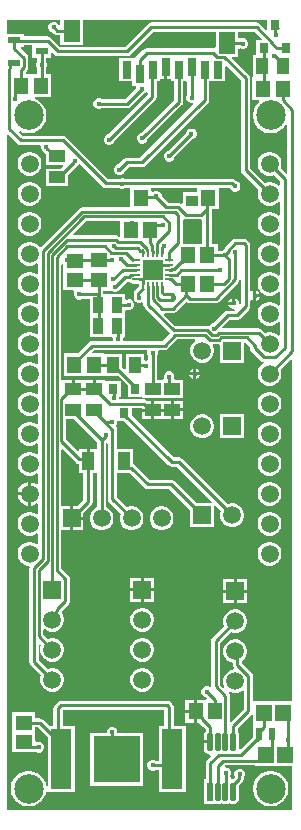
<source format=gtl>
G04*
G04 #@! TF.GenerationSoftware,Altium Limited,Altium Designer,22.2.1 (43)*
G04*
G04 Layer_Physical_Order=1*
G04 Layer_Color=255*
%FSLAX25Y25*%
%MOIN*%
G70*
G04*
G04 #@! TF.SameCoordinates,3363FF5D-1BA6-4910-A2F9-43927B8BDF9C*
G04*
G04*
G04 #@! TF.FilePolarity,Positive*
G04*
G01*
G75*
%ADD12C,0.01000*%
G04:AMPARAMS|DCode=18|XSize=63.2mil|YSize=19.68mil|CornerRadius=9.84mil|HoleSize=0mil|Usage=FLASHONLY|Rotation=90.000|XOffset=0mil|YOffset=0mil|HoleType=Round|Shape=RoundedRectangle|*
%AMROUNDEDRECTD18*
21,1,0.06320,0.00000,0,0,90.0*
21,1,0.04351,0.01968,0,0,90.0*
1,1,0.01968,0.00000,0.02176*
1,1,0.01968,0.00000,-0.02176*
1,1,0.01968,0.00000,-0.02176*
1,1,0.01968,0.00000,0.02176*
%
%ADD18ROUNDEDRECTD18*%
%ADD19R,0.01968X0.06320*%
%ADD20R,0.07087X0.07087*%
%ADD21R,0.02780X0.00758*%
G04:AMPARAMS|DCode=22|XSize=27.8mil|YSize=7.58mil|CornerRadius=3.79mil|HoleSize=0mil|Usage=FLASHONLY|Rotation=0.000|XOffset=0mil|YOffset=0mil|HoleType=Round|Shape=RoundedRectangle|*
%AMROUNDEDRECTD22*
21,1,0.02780,0.00000,0,0,0.0*
21,1,0.02022,0.00758,0,0,0.0*
1,1,0.00758,0.01011,0.00000*
1,1,0.00758,-0.01011,0.00000*
1,1,0.00758,-0.01011,0.00000*
1,1,0.00758,0.01011,0.00000*
%
%ADD22ROUNDEDRECTD22*%
G04:AMPARAMS|DCode=23|XSize=7.58mil|YSize=27.8mil|CornerRadius=3.79mil|HoleSize=0mil|Usage=FLASHONLY|Rotation=0.000|XOffset=0mil|YOffset=0mil|HoleType=Round|Shape=RoundedRectangle|*
%AMROUNDEDRECTD23*
21,1,0.00758,0.02022,0,0,0.0*
21,1,0.00000,0.02780,0,0,0.0*
1,1,0.00758,0.00000,-0.01011*
1,1,0.00758,0.00000,-0.01011*
1,1,0.00758,0.00000,0.01011*
1,1,0.00758,0.00000,0.01011*
%
%ADD23ROUNDEDRECTD23*%
%ADD24R,0.15600X0.15600*%
%ADD25R,0.07000X0.20000*%
%ADD31R,0.01968X0.03937*%
%ADD44R,0.03150X0.05906*%
%ADD45R,0.05512X0.07480*%
%ADD46R,0.05118X0.05512*%
%ADD47R,0.03937X0.03740*%
%ADD48R,0.05315X0.03937*%
%ADD49R,0.04724X0.05709*%
%ADD50R,0.03150X0.03543*%
%ADD51R,0.03937X0.05315*%
%ADD52R,0.04134X0.02362*%
%ADD53R,0.04134X0.05906*%
%ADD54R,0.05118X0.05709*%
%ADD55R,0.05315X0.05709*%
%ADD56R,0.05709X0.05118*%
%ADD57R,0.03740X0.05315*%
%ADD58R,0.05709X0.04921*%
%ADD59C,0.05937*%
%ADD60C,0.09843*%
%ADD61C,0.05906*%
%ADD62R,0.05906X0.05906*%
%ADD63R,0.05906X0.05906*%
%ADD64C,0.01575*%
G36*
X437165Y392411D02*
X436703Y392220D01*
X434756Y394167D01*
X434260Y394499D01*
X433675Y394615D01*
X398597D01*
X398011Y394499D01*
X397515Y394167D01*
X389878Y386529D01*
X368133D01*
X365081Y389581D01*
X364585Y389913D01*
X364000Y390029D01*
X356039D01*
Y390921D01*
X350529D01*
Y395471D01*
X368260D01*
Y394198D01*
X367760Y393876D01*
X367529Y393981D01*
X367515Y394012D01*
X367013Y394515D01*
X366355Y394787D01*
X365645D01*
X364987Y394515D01*
X364485Y394012D01*
X364213Y393355D01*
Y392645D01*
X364485Y391987D01*
X364987Y391485D01*
X365645Y391213D01*
X365780D01*
X366212Y390781D01*
X366708Y390449D01*
X367293Y390333D01*
X368260D01*
Y387122D01*
X375772D01*
Y395471D01*
X437165D01*
Y392411D01*
D02*
G37*
G36*
X420031Y386372D02*
X419531Y385984D01*
X419302Y386029D01*
X397000D01*
X396415Y385913D01*
X395919Y385581D01*
X393612Y383274D01*
X393418Y382985D01*
X392937Y382862D01*
Y382862D01*
X392937Y382862D01*
X387787D01*
Y374957D01*
X392118D01*
Y373382D01*
X393461D01*
X393495Y373331D01*
X393624Y372882D01*
X389772Y369029D01*
X381978D01*
X381356Y369287D01*
X380644D01*
X379988Y369015D01*
X379485Y368513D01*
X379213Y367856D01*
Y367144D01*
X379485Y366488D01*
X379988Y365985D01*
X380644Y365713D01*
X381356D01*
X381978Y365971D01*
X390406D01*
X390991Y366087D01*
X391487Y366419D01*
X395890Y370821D01*
X396513Y371079D01*
X396814Y371380D01*
X397314Y371173D01*
Y370477D01*
X384110Y357273D01*
X383488Y357015D01*
X382985Y356512D01*
X382713Y355855D01*
Y355145D01*
X382985Y354487D01*
X383488Y353985D01*
X384144Y353713D01*
X384856D01*
X385512Y353985D01*
X386015Y354487D01*
X386273Y355110D01*
X399924Y368762D01*
X400256Y369258D01*
X400372Y369843D01*
Y374957D01*
X401598D01*
Y375744D01*
X402854D01*
Y379697D01*
X403854D01*
Y375744D01*
X405110D01*
Y374957D01*
X406156D01*
Y368818D01*
X395143Y357806D01*
X394520Y357548D01*
X394018Y357045D01*
X393745Y356388D01*
Y355677D01*
X394018Y355020D01*
X394520Y354518D01*
X395177Y354245D01*
X395888D01*
X396545Y354518D01*
X397048Y355020D01*
X397306Y355643D01*
X408767Y367104D01*
X409098Y367600D01*
X409214Y368185D01*
Y374957D01*
X410260D01*
X410471Y374544D01*
Y370478D01*
X410213Y369855D01*
Y369145D01*
X410485Y368488D01*
X410988Y367985D01*
X411645Y367713D01*
X412343D01*
X412378Y367675D01*
X412617Y367280D01*
X394866Y349529D01*
X390434D01*
X389849Y349413D01*
X389353Y349081D01*
X387578Y347306D01*
X386955Y347048D01*
X386452Y346545D01*
X386180Y345888D01*
Y345177D01*
X386452Y344520D01*
X386955Y344018D01*
X387612Y343745D01*
X388323D01*
X388980Y344018D01*
X389482Y344520D01*
X389740Y345143D01*
X391068Y346471D01*
X395500D01*
X396085Y346587D01*
X396581Y346919D01*
X417428Y367765D01*
X417759Y368261D01*
X417876Y368847D01*
Y374957D01*
X423252D01*
Y379932D01*
X423714Y380123D01*
X428498Y375339D01*
Y345472D01*
X428615Y344887D01*
X428946Y344391D01*
X434303Y339034D01*
X434302Y339032D01*
X434031Y338022D01*
Y336978D01*
X434302Y335968D01*
X434824Y335063D01*
X435563Y334324D01*
X436468Y333802D01*
X437477Y333531D01*
X438522D01*
X439532Y333802D01*
X440437Y334324D01*
X440971Y334858D01*
X441471Y334651D01*
Y330349D01*
X440971Y330142D01*
X440437Y330676D01*
X439532Y331198D01*
X438522Y331469D01*
X437477D01*
X436468Y331198D01*
X435563Y330676D01*
X434824Y329937D01*
X434302Y329032D01*
X434031Y328023D01*
Y326977D01*
X434302Y325968D01*
X434824Y325063D01*
X435563Y324324D01*
X436468Y323802D01*
X437477Y323532D01*
X438522D01*
X439532Y323802D01*
X440437Y324324D01*
X440971Y324858D01*
X441471Y324651D01*
Y320349D01*
X440971Y320142D01*
X440437Y320676D01*
X439532Y321198D01*
X438522Y321468D01*
X437477D01*
X436468Y321198D01*
X435563Y320676D01*
X434824Y319937D01*
X434302Y319032D01*
X434031Y318022D01*
Y316978D01*
X434302Y315968D01*
X434824Y315063D01*
X435563Y314324D01*
X436468Y313802D01*
X437477Y313531D01*
X438522D01*
X439532Y313802D01*
X440437Y314324D01*
X440971Y314858D01*
X441471Y314651D01*
Y310349D01*
X440971Y310142D01*
X440437Y310676D01*
X439532Y311198D01*
X438522Y311469D01*
X437477D01*
X436468Y311198D01*
X435563Y310676D01*
X434824Y309937D01*
X434302Y309032D01*
X434031Y308022D01*
Y306978D01*
X434302Y305968D01*
X434824Y305063D01*
X435563Y304324D01*
X436468Y303802D01*
X437477Y303532D01*
X438522D01*
X439532Y303802D01*
X440437Y304324D01*
X440971Y304858D01*
X441471Y304651D01*
Y300349D01*
X440971Y300142D01*
X440437Y300676D01*
X439532Y301198D01*
X438522Y301468D01*
X437477D01*
X436468Y301198D01*
X435563Y300676D01*
X434824Y299937D01*
X434302Y299032D01*
X434031Y298023D01*
Y296977D01*
X434302Y295968D01*
X434824Y295063D01*
X435563Y294324D01*
X436468Y293802D01*
X437477Y293531D01*
X438522D01*
X439532Y293802D01*
X440437Y294324D01*
X440971Y294858D01*
X441471Y294651D01*
Y290349D01*
X440971Y290142D01*
X440437Y290676D01*
X439532Y291198D01*
X438522Y291469D01*
X437477D01*
X436468Y291198D01*
X436466Y291197D01*
X435448Y292215D01*
X434951Y292547D01*
X434366Y292663D01*
X422479D01*
X422288Y293125D01*
X424634Y295471D01*
X427000D01*
X427585Y295587D01*
X428081Y295919D01*
X431081Y298919D01*
X431413Y299415D01*
X431529Y300000D01*
Y301790D01*
X432029Y301967D01*
X432500Y301772D01*
Y303500D01*
Y305228D01*
X432029Y305033D01*
X431529Y305210D01*
Y320414D01*
X431413Y321000D01*
X431081Y321496D01*
X430496Y322081D01*
X429999Y322413D01*
X429414Y322529D01*
X426566D01*
X425981Y322413D01*
X425484Y322081D01*
X423344Y319941D01*
X423012Y319445D01*
X422984Y319302D01*
X422345Y318663D01*
X422022Y318529D01*
X420709D01*
Y320854D01*
X418679D01*
Y332398D01*
X421047D01*
Y339471D01*
X424711D01*
X424837Y339345D01*
X424985Y338987D01*
X425488Y338485D01*
X426145Y338213D01*
X426856D01*
X427513Y338485D01*
X428015Y338987D01*
X428287Y339645D01*
Y340355D01*
X428015Y341013D01*
X427513Y341515D01*
X426856Y341787D01*
X426720D01*
X426426Y342081D01*
X425930Y342413D01*
X425345Y342529D01*
X389723D01*
X389281Y342713D01*
X388570D01*
X388127Y342529D01*
X384134D01*
X370288Y356374D01*
X369792Y356706D01*
X369207Y356822D01*
X355651D01*
X354413Y358060D01*
X354732Y358449D01*
X354841Y358375D01*
X355919Y357929D01*
X357063Y357701D01*
X358229D01*
X359373Y357929D01*
X360451Y358375D01*
X361421Y359023D01*
X362245Y359848D01*
X362894Y360818D01*
X363340Y361896D01*
X363567Y363040D01*
Y364206D01*
X363340Y365350D01*
X362894Y366428D01*
X362245Y367398D01*
X361421Y368222D01*
X360451Y368871D01*
X359787Y369146D01*
X359886Y369646D01*
X365209D01*
Y377354D01*
X363529D01*
Y379522D01*
X363787Y380145D01*
Y380855D01*
X363529Y381478D01*
Y382819D01*
X365094D01*
Y384589D01*
X365556Y384781D01*
X366419Y383919D01*
X366915Y383587D01*
X367500Y383471D01*
X390511D01*
X391096Y383587D01*
X391592Y383919D01*
X399230Y391556D01*
X420031D01*
Y386372D01*
D02*
G37*
G36*
X435364Y389234D02*
X435173Y388772D01*
X433425D01*
Y383658D01*
X432445D01*
Y376354D01*
X432291D01*
Y368646D01*
X434395D01*
X434503Y368146D01*
X433755Y367398D01*
X433107Y366428D01*
X432661Y365350D01*
X432434Y364206D01*
Y363040D01*
X432661Y361896D01*
X433107Y360818D01*
X433755Y359848D01*
X434580Y359023D01*
X435550Y358375D01*
X436628Y357929D01*
X437772Y357701D01*
X438938D01*
X440082Y357929D01*
X441160Y358375D01*
X442130Y359023D01*
X442954Y359848D01*
X443471Y360621D01*
X443971Y360469D01*
Y344346D01*
X443509Y344154D01*
X441697Y345966D01*
X441698Y345968D01*
X441968Y346977D01*
Y348023D01*
X441698Y349032D01*
X441176Y349937D01*
X440437Y350676D01*
X439532Y351198D01*
X438522Y351468D01*
X437477D01*
X436468Y351198D01*
X435563Y350676D01*
X434824Y349937D01*
X434302Y349032D01*
X434031Y348023D01*
Y346977D01*
X434302Y345968D01*
X434824Y345063D01*
X435563Y344324D01*
X436468Y343802D01*
X437477Y343531D01*
X438522D01*
X439532Y343802D01*
X439534Y343803D01*
X441471Y341866D01*
Y340349D01*
X440971Y340142D01*
X440437Y340676D01*
X439532Y341198D01*
X438522Y341469D01*
X437477D01*
X436468Y341198D01*
X436466Y341197D01*
X431557Y346106D01*
Y375972D01*
X431441Y376558D01*
X431109Y377054D01*
X425440Y382723D01*
X425631Y383185D01*
X427543D01*
Y385722D01*
X427788Y385867D01*
X428043Y385962D01*
X428645Y385713D01*
X429355D01*
X430013Y385985D01*
X430515Y386488D01*
X430787Y387144D01*
Y387856D01*
X430515Y388512D01*
X430013Y389015D01*
X429355Y389287D01*
X429080D01*
X429004Y389338D01*
X428419Y389455D01*
X427543D01*
Y391556D01*
X433041D01*
X435364Y389234D01*
D02*
G37*
G36*
X358961Y382819D02*
X360471D01*
Y381478D01*
X360213Y380855D01*
Y380145D01*
X360471Y379522D01*
Y377354D01*
X356683D01*
Y378145D01*
X357121Y378583D01*
X357452Y379079D01*
X357569Y379664D01*
Y382855D01*
X357452Y383440D01*
X357121Y383937D01*
X354998Y386059D01*
X355205Y386559D01*
X356039D01*
Y386971D01*
X358961D01*
Y382819D01*
D02*
G37*
G36*
X413929Y338138D02*
X409047D01*
Y334352D01*
X408547Y334143D01*
X408202Y334374D01*
X407617Y334490D01*
X404173D01*
X402004Y336658D01*
Y337073D01*
X401732Y337730D01*
X401230Y338232D01*
X400573Y338505D01*
X399862D01*
X399205Y338232D01*
X399106Y338134D01*
X398606Y338282D01*
Y339471D01*
X413929D01*
Y338138D01*
D02*
G37*
G36*
X388291Y323521D02*
X388211Y323440D01*
X387791Y323266D01*
X387445Y323498D01*
X386859Y323614D01*
X372688D01*
X372496Y324076D01*
X376852Y328432D01*
X388291D01*
Y323521D01*
D02*
G37*
G36*
X410078Y328971D02*
X415000D01*
X415120Y328994D01*
X415620Y328584D01*
Y320854D01*
X409269D01*
X409029Y321147D01*
Y328866D01*
X409415Y329072D01*
X409529Y329080D01*
X410078Y328971D01*
D02*
G37*
G36*
X353936Y354211D02*
X354432Y353880D01*
X355017Y353764D01*
X361586D01*
X361713Y353574D01*
Y352863D01*
X361985Y352206D01*
X362488Y351703D01*
X362507Y351695D01*
X362528Y351663D01*
X363342Y350849D01*
Y347075D01*
X368991D01*
X369182Y346613D01*
X368495Y345925D01*
X363342D01*
Y339988D01*
X370657D01*
Y343762D01*
X373740Y346844D01*
X374078Y346985D01*
X374581Y347487D01*
X374805Y347532D01*
X382419Y339919D01*
X382915Y339587D01*
X383500Y339471D01*
X387852D01*
X387913Y339410D01*
X388570Y339138D01*
X389281D01*
X389938Y339410D01*
X389998Y339471D01*
X391488D01*
Y332990D01*
X375597D01*
X375012Y332874D01*
X374516Y332542D01*
X361735Y319762D01*
X361239Y319827D01*
X361176Y319937D01*
X360437Y320676D01*
X359532Y321198D01*
X358523Y321468D01*
X357477D01*
X356468Y321198D01*
X355563Y320676D01*
X354824Y319937D01*
X354302Y319032D01*
X354031Y318022D01*
Y316978D01*
X354302Y315968D01*
X354824Y315063D01*
X355563Y314324D01*
X356468Y313802D01*
X357477Y313531D01*
X358523D01*
X359532Y313802D01*
X360437Y314324D01*
X360509Y314396D01*
X360971Y314205D01*
Y310795D01*
X360509Y310604D01*
X360437Y310676D01*
X359532Y311198D01*
X358523Y311469D01*
X357477D01*
X356468Y311198D01*
X355563Y310676D01*
X354824Y309937D01*
X354302Y309032D01*
X354031Y308022D01*
Y306978D01*
X354302Y305968D01*
X354824Y305063D01*
X355563Y304324D01*
X356468Y303802D01*
X357477Y303532D01*
X358523D01*
X359532Y303802D01*
X360437Y304324D01*
X360509Y304396D01*
X360971Y304205D01*
Y300795D01*
X360509Y300604D01*
X360437Y300676D01*
X359532Y301198D01*
X358523Y301468D01*
X357477D01*
X356468Y301198D01*
X355563Y300676D01*
X354824Y299937D01*
X354302Y299032D01*
X354031Y298023D01*
Y296977D01*
X354302Y295968D01*
X354824Y295063D01*
X355563Y294324D01*
X356468Y293802D01*
X357477Y293531D01*
X358523D01*
X359532Y293802D01*
X360437Y294324D01*
X360509Y294396D01*
X360971Y294205D01*
Y290795D01*
X360509Y290604D01*
X360437Y290676D01*
X359532Y291198D01*
X358523Y291469D01*
X357477D01*
X356468Y291198D01*
X355563Y290676D01*
X354824Y289937D01*
X354302Y289032D01*
X354031Y288022D01*
Y286978D01*
X354302Y285968D01*
X354824Y285063D01*
X355563Y284324D01*
X356468Y283802D01*
X357477Y283531D01*
X358523D01*
X359532Y283802D01*
X360437Y284324D01*
X360509Y284396D01*
X360971Y284205D01*
Y280795D01*
X360509Y280604D01*
X360437Y280676D01*
X359532Y281198D01*
X358523Y281469D01*
X357477D01*
X356468Y281198D01*
X355563Y280676D01*
X354824Y279937D01*
X354302Y279032D01*
X354031Y278023D01*
Y276977D01*
X354302Y275968D01*
X354824Y275063D01*
X355563Y274324D01*
X356468Y273802D01*
X357477Y273532D01*
X358523D01*
X359532Y273802D01*
X360437Y274324D01*
X360509Y274396D01*
X360971Y274205D01*
Y270795D01*
X360509Y270604D01*
X360437Y270676D01*
X359532Y271198D01*
X358523Y271468D01*
X357477D01*
X356468Y271198D01*
X355563Y270676D01*
X354824Y269937D01*
X354302Y269032D01*
X354031Y268022D01*
Y266978D01*
X354302Y265968D01*
X354824Y265063D01*
X355563Y264324D01*
X356468Y263802D01*
X357477Y263531D01*
X358523D01*
X359532Y263802D01*
X360437Y264324D01*
X360509Y264396D01*
X360971Y264205D01*
Y260795D01*
X360509Y260604D01*
X360437Y260676D01*
X359532Y261198D01*
X358523Y261469D01*
X357477D01*
X356468Y261198D01*
X355563Y260676D01*
X354824Y259937D01*
X354302Y259032D01*
X354031Y258022D01*
Y256978D01*
X354302Y255968D01*
X354824Y255063D01*
X355563Y254324D01*
X356468Y253802D01*
X357477Y253532D01*
X358523D01*
X359532Y253802D01*
X360437Y254324D01*
X360509Y254396D01*
X360971Y254205D01*
Y250795D01*
X360509Y250604D01*
X360437Y250676D01*
X359532Y251198D01*
X358523Y251468D01*
X357477D01*
X356468Y251198D01*
X355563Y250676D01*
X354824Y249937D01*
X354302Y249032D01*
X354031Y248023D01*
Y246977D01*
X354302Y245968D01*
X354824Y245063D01*
X355563Y244324D01*
X356468Y243802D01*
X357477Y243531D01*
X358523D01*
X359532Y243802D01*
X360437Y244324D01*
X360509Y244396D01*
X360971Y244205D01*
Y240795D01*
X360509Y240604D01*
X360437Y240676D01*
X359532Y241198D01*
X358523Y241469D01*
X358500D01*
Y237500D01*
Y233531D01*
X358523D01*
X359532Y233802D01*
X360437Y234324D01*
X360509Y234396D01*
X360971Y234205D01*
Y230795D01*
X360509Y230604D01*
X360437Y230676D01*
X359532Y231198D01*
X358523Y231469D01*
X357477D01*
X356468Y231198D01*
X355563Y230676D01*
X354824Y229937D01*
X354302Y229032D01*
X354031Y228023D01*
Y226977D01*
X354302Y225968D01*
X354824Y225063D01*
X355563Y224324D01*
X356468Y223802D01*
X357477Y223532D01*
X358523D01*
X359532Y223802D01*
X360437Y224324D01*
X360509Y224396D01*
X360971Y224205D01*
Y220795D01*
X360509Y220604D01*
X360437Y220676D01*
X359532Y221198D01*
X358523Y221468D01*
X357477D01*
X356468Y221198D01*
X355563Y220676D01*
X354824Y219937D01*
X354302Y219032D01*
X354031Y218022D01*
Y216978D01*
X354302Y215968D01*
X354824Y215063D01*
X355563Y214324D01*
X356468Y213802D01*
X357477Y213531D01*
X357709D01*
X358040Y213032D01*
X357971Y212681D01*
Y181500D01*
X358087Y180915D01*
X358419Y180419D01*
X361816Y177022D01*
X361547Y176020D01*
Y174980D01*
X361817Y173974D01*
X362337Y173073D01*
X363073Y172337D01*
X363974Y171817D01*
X364980Y171547D01*
X366020D01*
X367026Y171817D01*
X367927Y172337D01*
X368663Y173073D01*
X369183Y173974D01*
X369453Y174980D01*
Y176020D01*
X369183Y177026D01*
X368663Y177927D01*
X367927Y178663D01*
X367026Y179183D01*
X366020Y179453D01*
X364980D01*
X363978Y179184D01*
X361029Y182133D01*
Y187154D01*
X361478Y187340D01*
X361814Y187015D01*
X361547Y186020D01*
Y184980D01*
X361817Y183974D01*
X362337Y183073D01*
X363073Y182337D01*
X363974Y181817D01*
X364980Y181547D01*
X366020D01*
X367026Y181817D01*
X367927Y182337D01*
X368663Y183073D01*
X369183Y183974D01*
X369453Y184980D01*
Y186020D01*
X369183Y187026D01*
X368663Y187927D01*
X367927Y188663D01*
X367026Y189183D01*
X366020Y189453D01*
X364980D01*
X363978Y189184D01*
X362529Y190633D01*
Y192227D01*
X362991Y192419D01*
X363073Y192337D01*
X363974Y191817D01*
X364980Y191547D01*
X366020D01*
X367026Y191817D01*
X367927Y192337D01*
X368663Y193073D01*
X369183Y193974D01*
X369453Y194980D01*
Y196020D01*
X369183Y197026D01*
X368663Y197927D01*
X368704Y198514D01*
X371034Y200845D01*
X371366Y201341D01*
X371482Y201926D01*
Y209074D01*
X371366Y209659D01*
X371034Y210156D01*
X368529Y212660D01*
Y225366D01*
X371500D01*
Y229319D01*
Y233272D01*
X368529D01*
Y252154D01*
X368991Y252346D01*
X373433Y247904D01*
X373930Y247572D01*
X374429Y247473D01*
Y244547D01*
X375967D01*
Y235449D01*
X373790Y233272D01*
X372500D01*
Y229819D01*
X375953D01*
Y231109D01*
X378577Y233734D01*
X378909Y234230D01*
X379026Y234815D01*
Y244547D01*
X380471D01*
Y233000D01*
X379573Y232482D01*
X378837Y231746D01*
X378317Y230845D01*
X378047Y229839D01*
Y228799D01*
X378317Y227793D01*
X378837Y226892D01*
X379573Y226156D01*
X380474Y225636D01*
X381480Y225366D01*
X382520D01*
X383526Y225636D01*
X384427Y226156D01*
X385163Y226892D01*
X385683Y227793D01*
X385953Y228799D01*
Y229839D01*
X385683Y230845D01*
X385163Y231746D01*
X384427Y232482D01*
X383529Y233000D01*
Y254261D01*
X383545Y254272D01*
X384045Y254005D01*
Y235744D01*
X384162Y235159D01*
X384493Y234663D01*
X388316Y230840D01*
X388047Y229839D01*
Y228799D01*
X388317Y227793D01*
X388837Y226892D01*
X389573Y226156D01*
X390474Y225636D01*
X391480Y225366D01*
X392520D01*
X393526Y225636D01*
X394427Y226156D01*
X395163Y226892D01*
X395683Y227793D01*
X395953Y228799D01*
Y229839D01*
X395683Y230845D01*
X395163Y231746D01*
X394427Y232482D01*
X393526Y233002D01*
X392520Y233272D01*
X391480D01*
X390478Y233003D01*
X387104Y236378D01*
Y244547D01*
X390923D01*
X391071Y244518D01*
X391323D01*
X396287Y239554D01*
X396783Y239223D01*
X397368Y239106D01*
X404550D01*
X411547Y232109D01*
Y226366D01*
X419453D01*
Y233550D01*
X419915Y233741D01*
X421815Y231840D01*
X421547Y230839D01*
Y229799D01*
X421817Y228793D01*
X422337Y227892D01*
X423073Y227156D01*
X423974Y226636D01*
X424980Y226366D01*
X426020D01*
X427026Y226636D01*
X427927Y227156D01*
X428663Y227892D01*
X429183Y228793D01*
X429453Y229799D01*
Y230839D01*
X429183Y231845D01*
X428663Y232746D01*
X427927Y233482D01*
X427026Y234002D01*
X426020Y234272D01*
X424980D01*
X423978Y234003D01*
X408825Y249157D01*
X408329Y249488D01*
X407744Y249605D01*
X405994D01*
X392075Y263524D01*
Y265971D01*
X395342D01*
Y265913D01*
X398500D01*
Y268382D01*
X397505D01*
X397306Y268581D01*
X396810Y268913D01*
X396224Y269029D01*
X388299D01*
X387916Y269529D01*
X387951Y269665D01*
X388335D01*
Y275209D01*
X383185D01*
X383157Y275512D01*
X380000D01*
Y272543D01*
X379000D01*
Y275512D01*
X373000D01*
Y272543D01*
X372000D01*
Y275512D01*
X368843D01*
X368529Y275882D01*
Y313806D01*
X369029Y314032D01*
X369146Y313929D01*
Y311591D01*
Y305291D01*
X372610D01*
X372893Y304791D01*
X372713Y304356D01*
Y303644D01*
X372985Y302988D01*
X373487Y302485D01*
X374145Y302213D01*
X374855D01*
X375478Y302471D01*
X378079D01*
Y296843D01*
Y289843D01*
X383819D01*
Y289843D01*
X384181D01*
Y289843D01*
X385464D01*
X385742Y289427D01*
X385713Y289355D01*
Y288645D01*
X385586Y288455D01*
X378740D01*
X378155Y288338D01*
X377659Y288007D01*
X374006Y284354D01*
X369445D01*
Y276646D01*
X382862D01*
Y276646D01*
X382988Y276842D01*
X387451D01*
X390665Y273628D01*
Y269665D01*
X395342D01*
Y269531D01*
X402658D01*
Y269575D01*
X409158D01*
Y275512D01*
X406567D01*
X406233Y276012D01*
X406287Y276145D01*
Y276855D01*
X406015Y277513D01*
X405513Y278015D01*
X404855Y278287D01*
X404144D01*
X403487Y278015D01*
X402985Y277513D01*
X402713Y276855D01*
Y276145D01*
X402768Y276012D01*
X402433Y275512D01*
X401842D01*
Y275468D01*
X400529D01*
Y283522D01*
X400787Y284144D01*
Y284856D01*
X400736Y284980D01*
X401014Y285396D01*
X403042D01*
X403627Y285512D01*
X404124Y285844D01*
X407250Y288971D01*
X413158D01*
X413292Y288471D01*
X413073Y288344D01*
X412337Y287608D01*
X411817Y286707D01*
X411547Y285701D01*
Y284661D01*
X411817Y283655D01*
X412337Y282754D01*
X413073Y282018D01*
X413974Y281498D01*
X414980Y281228D01*
X416020D01*
X417026Y281498D01*
X417927Y282018D01*
X418663Y282754D01*
X419183Y283655D01*
X419453Y284661D01*
Y285701D01*
X419183Y286707D01*
X419036Y286963D01*
X419286Y287396D01*
X421217D01*
X421547Y287125D01*
Y281228D01*
X429453D01*
Y287632D01*
X429953Y287839D01*
X431502Y286290D01*
Y286149D01*
X431619Y285564D01*
X431950Y285068D01*
X435099Y281919D01*
X435595Y281587D01*
X436002Y281506D01*
X436095Y280983D01*
X435563Y280676D01*
X434824Y279937D01*
X434302Y279032D01*
X434031Y278023D01*
Y276977D01*
X434302Y275968D01*
X434824Y275063D01*
X435563Y274324D01*
X436468Y273802D01*
X437477Y273532D01*
X438522D01*
X439532Y273802D01*
X440437Y274324D01*
X441176Y275063D01*
X441698Y275968D01*
X441968Y276977D01*
Y278023D01*
X441698Y279032D01*
X441697Y279034D01*
X445009Y282346D01*
X445471Y282154D01*
Y168354D01*
X432543D01*
X432482Y168829D01*
Y176844D01*
X432366Y177430D01*
X432034Y177926D01*
X428779Y181181D01*
Y181752D01*
X428927Y181837D01*
X429663Y182573D01*
X430183Y183474D01*
X430453Y184480D01*
Y185520D01*
X430183Y186526D01*
X429663Y187427D01*
X428927Y188163D01*
X428026Y188683D01*
X427020Y188953D01*
X425980D01*
X424974Y188683D01*
X424073Y188163D01*
X423337Y187427D01*
X422817Y186526D01*
X422547Y185520D01*
Y184480D01*
X422817Y183474D01*
X423337Y182573D01*
X424073Y181837D01*
X424974Y181317D01*
X425721Y181117D01*
Y180547D01*
X425837Y179962D01*
X426168Y179466D01*
X426220Y179415D01*
X426028Y178953D01*
X425980D01*
X424974Y178683D01*
X424073Y178163D01*
X423337Y177427D01*
X422817Y176526D01*
X422547Y175520D01*
Y174480D01*
X422817Y173474D01*
X423017Y173126D01*
X422617Y172819D01*
X421529Y173907D01*
Y187866D01*
X424978Y191315D01*
X425980Y191047D01*
X427020D01*
X428026Y191317D01*
X428927Y191837D01*
X429663Y192573D01*
X430183Y193474D01*
X430453Y194480D01*
Y195520D01*
X430183Y196526D01*
X429663Y197427D01*
X428927Y198163D01*
X428026Y198683D01*
X427020Y198953D01*
X425980D01*
X424974Y198683D01*
X424073Y198163D01*
X423337Y197427D01*
X422817Y196526D01*
X422547Y195520D01*
Y194480D01*
X422816Y193478D01*
X418919Y189581D01*
X418587Y189085D01*
X418471Y188500D01*
Y173274D01*
X418473Y173262D01*
X418013Y173015D01*
X417355Y173287D01*
X416644D01*
X415987Y173015D01*
X415485Y172512D01*
X415213Y171855D01*
Y171144D01*
X415485Y170487D01*
X415987Y169985D01*
X416610Y169727D01*
X417021Y169316D01*
X416829Y168854D01*
X413850D01*
Y165000D01*
Y161146D01*
X414513D01*
X415595Y160064D01*
X415810Y159921D01*
X416683Y159048D01*
Y158303D01*
X416292Y157720D01*
X416138Y156945D01*
Y155270D01*
X418161D01*
Y154270D01*
X416138D01*
Y152594D01*
X416292Y151820D01*
X416731Y151163D01*
X417387Y150725D01*
X418161Y150571D01*
X418224Y150583D01*
X418470Y150122D01*
X417131Y148783D01*
X416799Y148287D01*
X416683Y147702D01*
Y142390D01*
X416177D01*
Y134071D01*
X420146D01*
Y134071D01*
X420220Y134131D01*
X420720Y134032D01*
X421495Y134186D01*
X422000Y134523D01*
X422505Y134186D01*
X423279Y134032D01*
X424054Y134186D01*
X424559Y134523D01*
X425064Y134186D01*
X425839Y134032D01*
X426613Y134186D01*
X427269Y134624D01*
X427708Y135281D01*
X427862Y136055D01*
Y140266D01*
X428971Y141376D01*
X429303Y141872D01*
X429419Y142457D01*
Y142892D01*
X429515Y142988D01*
X429787Y143644D01*
Y144355D01*
X429515Y145012D01*
X429012Y145515D01*
X428356Y145787D01*
X427644D01*
X426988Y145515D01*
X426485Y145012D01*
X426213Y144355D01*
Y143644D01*
X426361Y143287D01*
Y143091D01*
X425664Y142394D01*
X425470Y142356D01*
X425083Y142673D01*
Y142946D01*
X424967Y143532D01*
X424911Y143615D01*
X425117Y144113D01*
Y144824D01*
X424845Y145481D01*
X424342Y145984D01*
X423686Y146256D01*
X423392D01*
X423139Y146756D01*
X423296Y146971D01*
X433193D01*
Y146646D01*
X445471D01*
Y132029D01*
X350529D01*
Y356965D01*
X350991Y357156D01*
X353936Y354211D01*
D02*
G37*
G36*
X391447Y308006D02*
X391903Y307701D01*
X392442Y307594D01*
X394041D01*
X394342Y307534D01*
X394404D01*
Y307516D01*
X394421Y307429D01*
Y306614D01*
X393210Y305403D01*
X392878Y304907D01*
X392762Y304322D01*
Y303568D01*
X392647Y303290D01*
Y302579D01*
X392919Y301922D01*
X393422Y301419D01*
X394079Y301147D01*
X394790D01*
X395372Y301388D01*
X395872Y301191D01*
Y300594D01*
X395988Y300009D01*
X396320Y299513D01*
X404893Y290939D01*
X402409Y288455D01*
X389414D01*
X389287Y288645D01*
Y289355D01*
X389258Y289427D01*
X389536Y289843D01*
X389921D01*
Y296843D01*
Y298471D01*
X390421Y298805D01*
X390645Y298713D01*
X391355D01*
X392013Y298985D01*
X392515Y299487D01*
X392787Y300145D01*
Y300855D01*
X392515Y301513D01*
X392013Y302015D01*
X391355Y302287D01*
X390645D01*
X390421Y302195D01*
X389921Y302529D01*
Y304157D01*
X384181D01*
Y304157D01*
X383819D01*
Y304157D01*
X382529D01*
Y305193D01*
X384854D01*
X384854Y305193D01*
Y305193D01*
X385354Y305193D01*
X385562Y304985D01*
X386219Y304713D01*
X386930D01*
X387587Y304985D01*
X388090Y305487D01*
X388362Y306144D01*
Y306199D01*
X390405Y308243D01*
X391263D01*
X391286Y308247D01*
X391447Y308006D01*
D02*
G37*
G36*
X428471Y308655D02*
Y300816D01*
X428287Y300687D01*
X427787Y300945D01*
Y301356D01*
X427515Y302012D01*
X427012Y302515D01*
X426500Y302728D01*
Y301000D01*
X426000D01*
Y300500D01*
X424272D01*
X424485Y299988D01*
X424988Y299485D01*
X425644Y299213D01*
X426055D01*
X426314Y298713D01*
X426184Y298529D01*
X424000D01*
X423415Y298413D01*
X422919Y298081D01*
X419127Y294290D01*
X418504Y294032D01*
X418002Y293529D01*
X417992Y293506D01*
X417685Y293413D01*
X417100Y293529D01*
X406629D01*
X402935Y297224D01*
X403126Y297686D01*
X405715D01*
X406300Y297802D01*
X406797Y298134D01*
X410231Y301569D01*
X410382Y301419D01*
X410878Y301087D01*
X411463Y300971D01*
X420000D01*
X420585Y301087D01*
X421081Y301419D01*
X427581Y307919D01*
X427913Y308415D01*
X427971Y308704D01*
X428471Y308655D01*
D02*
G37*
G36*
X397264Y284980D02*
X397213Y284856D01*
Y284144D01*
X397471Y283522D01*
Y281979D01*
X396971Y281836D01*
X396855Y281913D01*
X396270Y282029D01*
X396012D01*
Y284157D01*
X390075D01*
Y279198D01*
X389613Y279007D01*
X388925Y279694D01*
Y284157D01*
X382988D01*
X382862Y284354D01*
Y284354D01*
X378986D01*
X378794Y284816D01*
X379374Y285396D01*
X396986D01*
X397264Y284980D01*
D02*
G37*
G36*
X380471Y254780D02*
Y252453D01*
X377996D01*
Y248500D01*
X376996D01*
Y252453D01*
X374429D01*
Y251887D01*
X373967Y251696D01*
X370029Y255633D01*
Y262488D01*
X372762D01*
X380471Y254780D01*
D02*
G37*
G36*
X404279Y246994D02*
X404775Y246662D01*
X405361Y246546D01*
X407110D01*
X418922Y234734D01*
X418731Y234272D01*
X413710D01*
X406264Y241717D01*
X405768Y242049D01*
X405183Y242165D01*
X398002D01*
X393038Y247129D01*
X392571Y247441D01*
Y252453D01*
X387104D01*
Y258882D01*
X386988Y259467D01*
X386656Y259963D01*
X386574Y260046D01*
X387015Y260488D01*
X387287Y261144D01*
Y261791D01*
X389482D01*
X404279Y246994D01*
D02*
G37*
G36*
X429423Y171680D02*
Y165641D01*
X425271Y161488D01*
X424809Y161679D01*
Y169994D01*
X424692Y170580D01*
X424361Y171076D01*
X424320Y171117D01*
X424626Y171517D01*
X424974Y171317D01*
X425980Y171047D01*
X427020D01*
X428026Y171317D01*
X428927Y171837D01*
X428961Y171871D01*
X429423Y171680D01*
D02*
G37*
G36*
X432543Y163788D02*
Y160646D01*
X432350Y160468D01*
X432350D01*
Y156518D01*
X428348Y152516D01*
X428221Y152536D01*
X427862Y152736D01*
Y156945D01*
X427708Y157720D01*
X427419Y158152D01*
Y159310D01*
X432034Y163926D01*
X432043Y163939D01*
X432543Y163788D01*
D02*
G37*
%LPC*%
G36*
X412323Y359255D02*
X411612D01*
X410955Y358982D01*
X410452Y358480D01*
X410194Y357857D01*
X404110Y351773D01*
X403487Y351515D01*
X402985Y351012D01*
X402713Y350356D01*
Y349644D01*
X402985Y348988D01*
X403487Y348485D01*
X404144Y348213D01*
X404855D01*
X405513Y348485D01*
X406015Y348988D01*
X406273Y349610D01*
X412357Y355694D01*
X412980Y355952D01*
X413482Y356455D01*
X413755Y357112D01*
Y357823D01*
X413482Y358480D01*
X412980Y358982D01*
X412323Y359255D01*
D02*
G37*
G36*
X433500Y305228D02*
Y304000D01*
X434728D01*
X434515Y304513D01*
X434013Y305015D01*
X433500Y305228D01*
D02*
G37*
G36*
X434728Y303000D02*
X433500D01*
Y301772D01*
X434013Y301985D01*
X434515Y302487D01*
X434728Y303000D01*
D02*
G37*
G36*
X358523Y351468D02*
X357477D01*
X356468Y351198D01*
X355563Y350676D01*
X354824Y349937D01*
X354302Y349032D01*
X354031Y348023D01*
Y346977D01*
X354302Y345968D01*
X354824Y345063D01*
X355563Y344324D01*
X356468Y343802D01*
X357477Y343531D01*
X358523D01*
X359532Y343802D01*
X360437Y344324D01*
X361176Y345063D01*
X361698Y345968D01*
X361968Y346977D01*
Y348023D01*
X361698Y349032D01*
X361176Y349937D01*
X360437Y350676D01*
X359532Y351198D01*
X358523Y351468D01*
D02*
G37*
G36*
Y341469D02*
X357477D01*
X356468Y341198D01*
X355563Y340676D01*
X354824Y339937D01*
X354302Y339032D01*
X354031Y338022D01*
Y336978D01*
X354302Y335968D01*
X354824Y335063D01*
X355563Y334324D01*
X356468Y333802D01*
X357477Y333531D01*
X358523D01*
X359532Y333802D01*
X360437Y334324D01*
X361176Y335063D01*
X361698Y335968D01*
X361968Y336978D01*
Y338022D01*
X361698Y339032D01*
X361176Y339937D01*
X360437Y340676D01*
X359532Y341198D01*
X358523Y341469D01*
D02*
G37*
G36*
Y331469D02*
X357477D01*
X356468Y331198D01*
X355563Y330676D01*
X354824Y329937D01*
X354302Y329032D01*
X354031Y328023D01*
Y326977D01*
X354302Y325968D01*
X354824Y325063D01*
X355563Y324324D01*
X356468Y323802D01*
X357477Y323532D01*
X358523D01*
X359532Y323802D01*
X360437Y324324D01*
X361176Y325063D01*
X361698Y325968D01*
X361968Y326977D01*
Y328023D01*
X361698Y329032D01*
X361176Y329937D01*
X360437Y330676D01*
X359532Y331198D01*
X358523Y331469D01*
D02*
G37*
G36*
X413500Y279228D02*
Y278000D01*
X414728D01*
X414515Y278513D01*
X414012Y279015D01*
X413500Y279228D01*
D02*
G37*
G36*
X412500D02*
X411987Y279015D01*
X411485Y278513D01*
X411272Y278000D01*
X412500D01*
Y279228D01*
D02*
G37*
G36*
X414728Y277000D02*
X413500D01*
Y275772D01*
X414012Y275985D01*
X414515Y276487D01*
X414728Y277000D01*
D02*
G37*
G36*
X412500D02*
X411272D01*
X411485Y276487D01*
X411987Y275985D01*
X412500Y275772D01*
Y277000D01*
D02*
G37*
G36*
X409158Y268425D02*
X406000D01*
Y265957D01*
X409158D01*
Y268425D01*
D02*
G37*
G36*
X438522Y271468D02*
X437477D01*
X436468Y271198D01*
X435563Y270676D01*
X434824Y269937D01*
X434302Y269032D01*
X434031Y268022D01*
Y266978D01*
X434302Y265968D01*
X434824Y265063D01*
X435563Y264324D01*
X436468Y263802D01*
X437477Y263531D01*
X438522D01*
X439532Y263802D01*
X440437Y264324D01*
X441176Y265063D01*
X441698Y265968D01*
X441968Y266978D01*
Y268022D01*
X441698Y269032D01*
X441176Y269937D01*
X440437Y270676D01*
X439532Y271198D01*
X438522Y271468D01*
D02*
G37*
G36*
X409158Y264957D02*
X406000D01*
Y262488D01*
X409158D01*
Y264957D01*
D02*
G37*
G36*
X405000Y268425D02*
X401842D01*
Y268382D01*
X399500D01*
Y265413D01*
Y262445D01*
X402658D01*
Y262488D01*
X405000D01*
Y265457D01*
Y268425D01*
D02*
G37*
G36*
X398500Y264913D02*
X395342D01*
Y262445D01*
X398500D01*
Y264913D01*
D02*
G37*
G36*
X429453Y263953D02*
X421547D01*
Y256047D01*
X429453D01*
Y263953D01*
D02*
G37*
G36*
X416020D02*
X414980D01*
X413974Y263683D01*
X413073Y263163D01*
X412337Y262427D01*
X411817Y261526D01*
X411547Y260520D01*
Y259480D01*
X411817Y258474D01*
X412337Y257573D01*
X413073Y256837D01*
X413974Y256317D01*
X414980Y256047D01*
X416020D01*
X417026Y256317D01*
X417927Y256837D01*
X418663Y257573D01*
X419183Y258474D01*
X419453Y259480D01*
Y260520D01*
X419183Y261526D01*
X418663Y262427D01*
X417927Y263163D01*
X417026Y263683D01*
X416020Y263953D01*
D02*
G37*
G36*
X438522Y261469D02*
X437477D01*
X436468Y261198D01*
X435563Y260676D01*
X434824Y259937D01*
X434302Y259032D01*
X434031Y258022D01*
Y256978D01*
X434302Y255968D01*
X434824Y255063D01*
X435563Y254324D01*
X436468Y253802D01*
X437477Y253532D01*
X438522D01*
X439532Y253802D01*
X440437Y254324D01*
X441176Y255063D01*
X441698Y255968D01*
X441968Y256978D01*
Y258022D01*
X441698Y259032D01*
X441176Y259937D01*
X440437Y260676D01*
X439532Y261198D01*
X438522Y261469D01*
D02*
G37*
G36*
Y251468D02*
X437477D01*
X436468Y251198D01*
X435563Y250676D01*
X434824Y249937D01*
X434302Y249032D01*
X434031Y248023D01*
Y246977D01*
X434302Y245968D01*
X434824Y245063D01*
X435563Y244324D01*
X436468Y243802D01*
X437477Y243531D01*
X438522D01*
X439532Y243802D01*
X440437Y244324D01*
X441176Y245063D01*
X441698Y245968D01*
X441968Y246977D01*
Y248023D01*
X441698Y249032D01*
X441176Y249937D01*
X440437Y250676D01*
X439532Y251198D01*
X438522Y251468D01*
D02*
G37*
G36*
X357500Y241469D02*
X357477D01*
X356468Y241198D01*
X355563Y240676D01*
X354824Y239937D01*
X354302Y239032D01*
X354031Y238022D01*
Y238000D01*
X357500D01*
Y241469D01*
D02*
G37*
G36*
X438522D02*
X437477D01*
X436468Y241198D01*
X435563Y240676D01*
X434824Y239937D01*
X434302Y239032D01*
X434031Y238022D01*
Y236978D01*
X434302Y235968D01*
X434824Y235063D01*
X435563Y234324D01*
X436468Y233802D01*
X437477Y233531D01*
X438522D01*
X439532Y233802D01*
X440437Y234324D01*
X441176Y235063D01*
X441698Y235968D01*
X441968Y236978D01*
Y238022D01*
X441698Y239032D01*
X441176Y239937D01*
X440437Y240676D01*
X439532Y241198D01*
X438522Y241469D01*
D02*
G37*
G36*
X357500Y237000D02*
X354031D01*
Y236978D01*
X354302Y235968D01*
X354824Y235063D01*
X355563Y234324D01*
X356468Y233802D01*
X357477Y233531D01*
X357500D01*
Y237000D01*
D02*
G37*
G36*
X402520Y233272D02*
X401480D01*
X400474Y233002D01*
X399573Y232482D01*
X398837Y231746D01*
X398317Y230845D01*
X398047Y229839D01*
Y228799D01*
X398317Y227793D01*
X398837Y226892D01*
X399573Y226156D01*
X400474Y225636D01*
X401480Y225366D01*
X402520D01*
X403526Y225636D01*
X404427Y226156D01*
X405163Y226892D01*
X405683Y227793D01*
X405953Y228799D01*
Y229839D01*
X405683Y230845D01*
X405163Y231746D01*
X404427Y232482D01*
X403526Y233002D01*
X402520Y233272D01*
D02*
G37*
G36*
X375953Y228819D02*
X372500D01*
Y225366D01*
X375953D01*
Y228819D01*
D02*
G37*
G36*
X438522Y231469D02*
X437477D01*
X436468Y231198D01*
X435563Y230676D01*
X434824Y229937D01*
X434302Y229032D01*
X434031Y228023D01*
Y226977D01*
X434302Y225968D01*
X434824Y225063D01*
X435563Y224324D01*
X436468Y223802D01*
X437477Y223532D01*
X438522D01*
X439532Y223802D01*
X440437Y224324D01*
X441176Y225063D01*
X441698Y225968D01*
X441968Y226977D01*
Y228023D01*
X441698Y229032D01*
X441176Y229937D01*
X440437Y230676D01*
X439532Y231198D01*
X438522Y231469D01*
D02*
G37*
G36*
Y221468D02*
X437477D01*
X436468Y221198D01*
X435563Y220676D01*
X434824Y219937D01*
X434302Y219032D01*
X434031Y218022D01*
Y216978D01*
X434302Y215968D01*
X434824Y215063D01*
X435563Y214324D01*
X436468Y213802D01*
X437477Y213531D01*
X438522D01*
X439532Y213802D01*
X440437Y214324D01*
X441176Y215063D01*
X441698Y215968D01*
X441968Y216978D01*
Y218022D01*
X441698Y219032D01*
X441176Y219937D01*
X440437Y220676D01*
X439532Y221198D01*
X438522Y221468D01*
D02*
G37*
G36*
X399453Y209453D02*
X396000D01*
Y206000D01*
X399453D01*
Y209453D01*
D02*
G37*
G36*
X395000D02*
X391547D01*
Y206000D01*
X395000D01*
Y209453D01*
D02*
G37*
G36*
X430453Y208953D02*
X427000D01*
Y205500D01*
X430453D01*
Y208953D01*
D02*
G37*
G36*
X426000D02*
X422547D01*
Y205500D01*
X426000D01*
Y208953D01*
D02*
G37*
G36*
X399453Y205000D02*
X396000D01*
Y201547D01*
X399453D01*
Y205000D01*
D02*
G37*
G36*
X395000D02*
X391547D01*
Y201547D01*
X395000D01*
Y205000D01*
D02*
G37*
G36*
X430453Y204500D02*
X427000D01*
Y201047D01*
X430453D01*
Y204500D01*
D02*
G37*
G36*
X426000D02*
X422547D01*
Y201047D01*
X426000D01*
Y204500D01*
D02*
G37*
G36*
X396020Y199453D02*
X394980D01*
X393974Y199183D01*
X393073Y198663D01*
X392337Y197927D01*
X391817Y197026D01*
X391547Y196020D01*
Y194980D01*
X391817Y193974D01*
X392337Y193073D01*
X393073Y192337D01*
X393974Y191817D01*
X394980Y191547D01*
X396020D01*
X397026Y191817D01*
X397927Y192337D01*
X398663Y193073D01*
X399183Y193974D01*
X399453Y194980D01*
Y196020D01*
X399183Y197026D01*
X398663Y197927D01*
X397927Y198663D01*
X397026Y199183D01*
X396020Y199453D01*
D02*
G37*
G36*
Y189453D02*
X394980D01*
X393974Y189183D01*
X393073Y188663D01*
X392337Y187927D01*
X391817Y187026D01*
X391547Y186020D01*
Y184980D01*
X391817Y183974D01*
X392337Y183073D01*
X393073Y182337D01*
X393974Y181817D01*
X394980Y181547D01*
X396020D01*
X397026Y181817D01*
X397927Y182337D01*
X398663Y183073D01*
X399183Y183974D01*
X399453Y184980D01*
Y186020D01*
X399183Y187026D01*
X398663Y187927D01*
X397927Y188663D01*
X397026Y189183D01*
X396020Y189453D01*
D02*
G37*
G36*
Y179453D02*
X394980D01*
X393974Y179183D01*
X393073Y178663D01*
X392337Y177927D01*
X391817Y177026D01*
X391547Y176020D01*
Y174980D01*
X391817Y173974D01*
X392337Y173073D01*
X393073Y172337D01*
X393974Y171817D01*
X394980Y171547D01*
X396020D01*
X397026Y171817D01*
X397927Y172337D01*
X398663Y173073D01*
X399183Y173974D01*
X399453Y174980D01*
Y176020D01*
X399183Y177026D01*
X398663Y177927D01*
X397927Y178663D01*
X397026Y179183D01*
X396020Y179453D01*
D02*
G37*
G36*
X412850Y168854D02*
X409791D01*
Y165500D01*
X412850D01*
Y168854D01*
D02*
G37*
G36*
Y164500D02*
X409791D01*
Y161146D01*
X412850D01*
Y164500D01*
D02*
G37*
G36*
X403914Y168529D02*
X368500D01*
X367915Y168413D01*
X367419Y168081D01*
X366419Y167081D01*
X366087Y166585D01*
X365971Y166000D01*
Y160000D01*
X364663D01*
X362432Y162231D01*
X361936Y162563D01*
X361350Y162679D01*
X359854D01*
Y164709D01*
X354978D01*
X354850Y164734D01*
X354722Y164709D01*
X352146D01*
Y157591D01*
Y151291D01*
X359854D01*
Y151291D01*
X360354Y151333D01*
X360645Y151213D01*
X361355D01*
X362013Y151485D01*
X362515Y151988D01*
X362787Y152645D01*
Y153356D01*
X362515Y154013D01*
X362013Y154515D01*
X361355Y154787D01*
X360645D01*
X360354Y154667D01*
X359854Y155001D01*
Y159620D01*
X360717D01*
X364000Y156337D01*
Y140185D01*
X363500Y140136D01*
X363340Y140940D01*
X362894Y142018D01*
X362245Y142988D01*
X361421Y143813D01*
X360451Y144461D01*
X359373Y144907D01*
X358229Y145134D01*
X357063D01*
X355919Y144907D01*
X354841Y144461D01*
X353871Y143813D01*
X353046Y142988D01*
X352398Y142018D01*
X351952Y140940D01*
X351725Y139796D01*
Y138630D01*
X351952Y137486D01*
X352398Y136408D01*
X353046Y135438D01*
X353871Y134614D01*
X354841Y133965D01*
X355919Y133519D01*
X357063Y133291D01*
X358229D01*
X359373Y133519D01*
X360451Y133965D01*
X361421Y134614D01*
X362245Y135438D01*
X362894Y136408D01*
X363340Y137486D01*
X363500Y138290D01*
X364000Y138241D01*
Y138000D01*
X373000D01*
Y160000D01*
X369029D01*
Y165366D01*
X369133Y165471D01*
X402971D01*
Y160000D01*
X401000D01*
Y148529D01*
X399978D01*
X399356Y148787D01*
X398644D01*
X397988Y148515D01*
X397485Y148012D01*
X397213Y147355D01*
Y146644D01*
X397485Y145987D01*
X397988Y145485D01*
X398644Y145213D01*
X399356D01*
X399978Y145471D01*
X401000D01*
Y138000D01*
X410000D01*
Y160000D01*
X406029D01*
Y166414D01*
X405913Y166999D01*
X405581Y167496D01*
X404996Y168081D01*
X404499Y168413D01*
X403914Y168529D01*
D02*
G37*
G36*
X385856Y159787D02*
X385144D01*
X384488Y159515D01*
X383985Y159012D01*
X383713Y158355D01*
Y157800D01*
X378200D01*
Y140200D01*
X395800D01*
Y157800D01*
X387287D01*
Y158355D01*
X387015Y159012D01*
X386512Y159515D01*
X385856Y159787D01*
D02*
G37*
G36*
X438938Y145134D02*
X437772D01*
X436628Y144907D01*
X435550Y144461D01*
X434580Y143813D01*
X433755Y142988D01*
X433107Y142018D01*
X432661Y140940D01*
X432434Y139796D01*
Y138630D01*
X432661Y137486D01*
X433107Y136408D01*
X433755Y135438D01*
X434580Y134614D01*
X435550Y133965D01*
X436628Y133519D01*
X437772Y133291D01*
X438938D01*
X440082Y133519D01*
X441160Y133965D01*
X442130Y134614D01*
X442954Y135438D01*
X443603Y136408D01*
X444049Y137486D01*
X444277Y138630D01*
Y139796D01*
X444049Y140940D01*
X443603Y142018D01*
X442954Y142988D01*
X442130Y143813D01*
X441160Y144461D01*
X440082Y144907D01*
X438938Y145134D01*
D02*
G37*
G36*
X425500Y302728D02*
X424988Y302515D01*
X424485Y302012D01*
X424272Y301500D01*
X425500D01*
Y302728D01*
D02*
G37*
%LPD*%
D12*
X430953Y165007D02*
Y176844D01*
X425889Y159943D02*
X430953Y165007D01*
X427890Y142457D02*
Y143890D01*
X428000Y144000D01*
X425839Y138230D02*
Y140406D01*
X427890Y142457D01*
X420000Y173274D02*
X423279Y169994D01*
Y154770D02*
Y169994D01*
X434850Y148500D02*
X436850Y150500D01*
X422500Y148500D02*
X434850D01*
X420771Y146771D02*
X422500Y148500D01*
X418212Y147702D02*
X421010Y150500D01*
X428495D02*
X433527Y155532D01*
X421010Y150500D02*
X428495D01*
X425889Y157768D02*
Y159943D01*
X413350Y165000D02*
X415410Y162941D01*
X416748Y161146D02*
X418212Y159681D01*
X416676Y161146D02*
X416748D01*
X415410Y162413D02*
X416676Y161146D01*
X418212Y157768D02*
Y159681D01*
X415410Y162413D02*
Y162941D01*
X418212Y141229D02*
Y147702D01*
X420771Y141229D02*
Y146771D01*
X436850Y149000D02*
X438665Y150815D01*
X423330Y143170D02*
Y144469D01*
Y143170D02*
X423554Y142946D01*
Y138577D02*
Y141154D01*
Y142946D01*
X423500Y138523D02*
Y141154D01*
Y138523D02*
X423554Y138577D01*
X356000Y161150D02*
X356906D01*
X417150Y317000D02*
Y335483D01*
X415000Y330500D02*
X416983Y332483D01*
X407617Y332961D02*
X410078Y330500D01*
X415000D01*
X403539Y332961D02*
X407617D01*
X400000Y336500D02*
X403539Y332961D01*
X399845Y336500D02*
X400062Y336717D01*
X395394Y336500D02*
X399845D01*
X400062Y336717D02*
X400217D01*
X383500Y341000D02*
X388850D01*
X388925Y340925D01*
X387967Y345533D02*
X390434Y348000D01*
X395500D01*
X395533Y356033D02*
X407685Y368185D01*
X404500Y350000D02*
X411967Y357467D01*
X381000Y367500D02*
X390406D01*
X395500Y372594D01*
X398843Y369843D02*
Y378729D01*
X384500Y355500D02*
X398843Y369843D01*
Y378729D02*
X399024Y378909D01*
X412000Y369500D02*
Y379681D01*
X366000Y393000D02*
X366156D01*
X367293Y391862D02*
X372016D01*
X366156Y393000D02*
X367293Y391862D01*
X364000Y388500D02*
X367500Y385000D01*
X390511D01*
X398597Y393086D01*
X428419Y387925D02*
X428844Y387500D01*
X423787Y387925D02*
X428419D01*
X428844Y387500D02*
X429000D01*
X430028Y345472D02*
Y375972D01*
X420617Y383185D02*
X422815D01*
X430028Y375972D01*
X397000Y384500D02*
X419302D01*
X420617Y383185D01*
X394693Y382193D02*
X397000Y384500D01*
X372956Y348223D02*
Y348390D01*
X367000Y342957D02*
X367689D01*
X372956Y348223D01*
Y348390D02*
X373066Y348500D01*
X353213Y388500D02*
X364000D01*
X353299Y369000D02*
Y371646D01*
X355153Y373500D01*
X366311Y350043D02*
X367000D01*
X363610Y352744D02*
X366311Y350043D01*
X363610Y352744D02*
Y353108D01*
X363500Y353218D02*
X363610Y353108D01*
X407685Y368185D02*
Y378909D01*
X395500Y348000D02*
X416347Y368847D01*
X433675Y393086D02*
X439197Y387563D01*
X398597Y393086D02*
X433675D01*
X361437Y385000D02*
X362000Y384437D01*
Y373654D02*
Y380500D01*
X361846Y373500D02*
X362000Y373654D01*
X355405Y161150D02*
X361350D01*
X354850Y163205D02*
X356906Y161150D01*
X361350D02*
X367500Y155000D01*
X357850Y153000D02*
X361000D01*
X356000Y154850D02*
X357850Y153000D01*
X367500Y155000D02*
Y166000D01*
Y148500D02*
Y155000D01*
X417000Y171500D02*
X419650Y168850D01*
Y165000D02*
Y168850D01*
X434335Y156016D02*
Y157984D01*
X433527Y155532D02*
X433850D01*
X403000Y147000D02*
X404500Y148500D01*
X399000Y147000D02*
X403000D01*
X404500Y148500D02*
Y166414D01*
X433850Y155532D02*
X434335Y156016D01*
X444000Y151350D02*
Y164000D01*
X442500Y164500D02*
X444000Y163000D01*
X420000Y173274D02*
Y188500D01*
X397811Y265457D02*
X405000D01*
X379500Y272543D02*
X379689D01*
X372500D02*
X379500D01*
X371811D02*
X372500D01*
X412000Y379681D02*
X412016Y379697D01*
X395047Y336154D02*
X395394Y336500D01*
X375597Y331461D02*
X406461D01*
X407500Y321147D02*
Y330422D01*
X406461Y331461D02*
X407500Y330422D01*
X362500Y318364D02*
X375597Y331461D01*
X402473Y329961D02*
X404575Y327859D01*
Y325098D02*
Y327859D01*
X399650Y327000D02*
X402500D01*
X376218Y329961D02*
X402473D01*
X398150Y325500D02*
X399650Y327000D01*
X393043Y280500D02*
X396270D01*
X396770Y280000D01*
X396925D01*
X384732Y267500D02*
X396224D01*
X397811Y265913D01*
X379689Y272543D02*
X384732Y267500D01*
X386000Y269575D02*
Y272197D01*
X397811Y265457D02*
Y265913D01*
X385760Y272437D02*
X386000Y272197D01*
X385957Y280500D02*
X392937Y273520D01*
X417100Y292000D02*
X418674Y290425D01*
X397401Y300594D02*
X405996Y292000D01*
X417100D01*
X406617Y290500D02*
X416478D01*
X403042Y286925D02*
X406617Y290500D01*
X416478D02*
X418053Y288925D01*
X397401Y300594D02*
Y306626D01*
X418053Y288925D02*
X421217D01*
X418674Y290425D02*
X420596D01*
X419517Y292517D02*
X424000Y297000D01*
X378740Y286925D02*
X403042D01*
X430321Y289634D02*
X433032Y286923D01*
X424000Y297000D02*
X427000D01*
X421926Y289634D02*
X430321D01*
X421217Y288925D02*
X421926Y289634D01*
X434366Y291134D02*
X438000Y287500D01*
X420596Y290425D02*
X421305Y291134D01*
X434366D01*
X429414Y321000D02*
X430000Y320414D01*
X427000Y297000D02*
X430000Y300000D01*
X426566Y321000D02*
X429414D01*
X430000Y300000D02*
Y320414D01*
X423000Y317156D02*
X424425Y318581D01*
X423000Y317000D02*
Y317156D01*
X424425Y318581D02*
Y318859D01*
X426566Y321000D01*
X426500Y309000D02*
Y318000D01*
X381000Y293500D02*
Y308653D01*
X374500Y304000D02*
X380949D01*
Y300500D02*
Y304000D01*
X373000Y308653D02*
X381000D01*
X380949Y293500D02*
X381000D01*
X373000Y308653D02*
Y308850D01*
X423000Y317000D02*
X424500Y315500D01*
Y309121D02*
Y315500D01*
X417150Y307500D02*
X422879D01*
X424500Y309121D01*
X399000Y314500D02*
X400000Y313500D01*
X399000Y314496D02*
X399002Y314498D01*
X396630Y312130D02*
X399000Y314500D01*
X400000Y313000D02*
Y313500D01*
X400500Y313000D02*
X401323Y312177D01*
X400000Y313000D02*
X400500D01*
X398976Y312150D02*
X400551Y313724D01*
X395933Y307516D02*
Y309433D01*
X398813Y312313D01*
X394342Y309064D02*
X395890D01*
X420000Y188500D02*
X426500Y195000D01*
X427250Y180547D02*
X430953Y176844D01*
X427250Y180547D02*
Y184250D01*
X426500Y185000D02*
X427250Y184250D01*
X399000Y272500D02*
Y284500D01*
X404500Y273543D02*
Y276500D01*
Y273543D02*
X405500Y272543D01*
X365500Y205500D02*
Y317121D01*
X370463Y322085D01*
X362500Y215681D02*
Y318364D01*
X367000Y212027D02*
X369953Y209074D01*
X370463Y322085D02*
X386859D01*
X364000Y317743D02*
X376218Y329961D01*
X364000Y215059D02*
Y317743D01*
X367000Y212027D02*
Y316500D01*
X370500Y320000D02*
X383076D01*
X367000Y316500D02*
X370500Y320000D01*
X369953Y201926D02*
Y209074D01*
X359500Y212681D02*
X362500Y215681D01*
X382000Y255413D02*
X383500Y256913D01*
Y257000D01*
X379000Y265457D02*
X382978Y261478D01*
X383000Y261500D01*
X385500D01*
X382978Y261478D02*
X385575Y258882D01*
Y235744D02*
Y258882D01*
X372000Y265413D02*
X382000Y255413D01*
X385575Y235744D02*
X392000Y229319D01*
X401500Y302000D02*
X405449D01*
X406035Y302586D01*
Y303414D01*
X405715Y299215D02*
X410231Y303731D01*
X402163Y299215D02*
X405715D01*
X372000Y229319D02*
X377496Y234815D01*
Y248500D01*
X374515Y248985D02*
X377011D01*
X368500Y255000D02*
X374515Y248985D01*
X377011D02*
X377496Y248500D01*
X368500Y255000D02*
Y269232D01*
X371811Y272543D01*
X361000Y212059D02*
X364000Y215059D01*
X382000Y229319D02*
Y255413D01*
X389504Y247614D02*
X391071Y246047D01*
X391957D02*
X397368Y240636D01*
X391071Y246047D02*
X391957D01*
X397368Y240636D02*
X405183D01*
X389504Y247614D02*
Y248500D01*
X405361Y248075D02*
X407744D01*
X388543Y264893D02*
X405361Y248075D01*
X388543Y264893D02*
Y265717D01*
X407744Y248075D02*
X425500Y230319D01*
X405183Y240636D02*
X415500Y230319D01*
X379500Y280500D02*
X385957D01*
X438000Y347500D02*
X443000Y342500D01*
Y286086D02*
Y342500D01*
X439914Y283000D02*
X443000Y286086D01*
X436181Y283000D02*
X439914D01*
X433032Y286149D02*
Y286923D01*
Y286149D02*
X436181Y283000D01*
X372807Y280992D02*
X378740Y286925D01*
X372807Y280500D02*
Y280992D01*
X388925Y341000D02*
X425345D01*
X426344Y340000D02*
X426500D01*
X425345Y341000D02*
X426344Y340000D01*
X416347Y368847D02*
Y378909D01*
X430028Y345472D02*
X438000Y337500D01*
X394693Y377335D02*
Y382193D01*
X403354Y379697D02*
Y381075D01*
X369207Y355293D02*
X383500Y341000D01*
X440406Y386000D02*
X443480D01*
X439197Y387208D02*
X440406Y386000D01*
X439197Y387208D02*
Y387563D01*
X439500Y383500D02*
X439610Y383390D01*
X442500Y380000D02*
Y380689D01*
X439799Y383390D02*
X442500Y380689D01*
X439610Y383390D02*
X439799D01*
X439740Y390915D02*
Y393874D01*
Y390915D02*
X440000Y390655D01*
Y390500D02*
Y390655D01*
X441032Y381469D02*
X442500Y380000D01*
X439740Y393874D02*
X440815Y392799D01*
X442346Y368713D02*
Y372500D01*
Y368713D02*
X445500Y365559D01*
X436000Y372847D02*
Y386000D01*
X435653Y372500D02*
X436000Y372847D01*
X352972Y388740D02*
X353213Y388500D01*
X356039Y379664D02*
Y382855D01*
X352972Y385922D02*
X356039Y382855D01*
X352972Y385922D02*
Y388740D01*
X355153Y373500D02*
Y378779D01*
X356039Y379664D01*
X391850Y325500D02*
Y327737D01*
X392000Y327886D01*
X352166Y381260D02*
X353563D01*
X351224Y379118D02*
X351485Y379378D01*
X351224Y359086D02*
Y379118D01*
X351485Y379378D02*
Y380579D01*
X352166Y381260D01*
X362000Y380500D02*
Y384437D01*
X351224Y359086D02*
X355017Y355293D01*
X369207D01*
X438000Y277500D02*
X445500Y285000D01*
Y365559D01*
X385500Y149000D02*
X386000Y148500D01*
X385500Y149000D02*
Y158000D01*
X368500Y167000D02*
X403914D01*
X404500Y166414D01*
X367500Y166000D02*
X368500Y167000D01*
X411581Y166770D02*
X413350Y165000D01*
X443150Y150500D02*
X444000Y151350D01*
X438665Y150815D02*
Y157000D01*
X436201Y159850D02*
Y164500D01*
X434335Y157984D02*
X436201Y159850D01*
X383076Y320000D02*
X385260Y317815D01*
X400551Y321074D02*
X404575Y325098D01*
X370575Y315347D02*
X381000D01*
X404500Y318147D02*
X407500Y321147D01*
X400551Y317673D02*
Y321074D01*
X404500Y315299D02*
Y318147D01*
X381000Y315347D02*
X381153Y315500D01*
X385500D01*
X411463Y302500D02*
X420000D01*
X410231Y303731D02*
X411463Y302500D01*
X420000D02*
X426500Y309000D01*
X387051Y300500D02*
X391000D01*
X394291Y304322D02*
X395706Y305736D01*
X394291Y303233D02*
Y304322D01*
X394434Y302934D02*
Y303090D01*
X394291Y303233D02*
X394434Y303090D01*
X386156Y320010D02*
X386850Y319315D01*
X387444Y321500D02*
X394961D01*
X386859Y322085D02*
X387444Y321500D01*
X385260Y317815D02*
X390168D01*
X386850Y319315D02*
X394185D01*
X392563Y313833D02*
X392671Y313724D01*
X390168Y317815D02*
X392563Y315420D01*
X395706Y317794D02*
Y318563D01*
X390407Y313833D02*
X392563D01*
X386000Y320010D02*
X386156D01*
X388500Y315740D02*
X390407Y313833D01*
X395706Y317794D02*
X395827Y317673D01*
X392671Y313724D02*
X393453D01*
X394185Y319315D02*
X394937Y318563D01*
X395706D01*
X394961Y321500D02*
X397280Y319181D01*
Y318563D02*
Y319181D01*
X398855Y318563D02*
X398976Y318442D01*
X398855Y318563D02*
Y320440D01*
X398976Y317673D02*
Y318442D01*
X398150Y321146D02*
X398855Y320440D01*
X361000Y190000D02*
X365500Y185500D01*
X361000Y190000D02*
Y212059D01*
X402247Y317794D02*
Y319680D01*
X402668Y320101D01*
Y320257D01*
X367000Y198973D02*
X369953Y201926D01*
X367000Y198327D02*
Y198973D01*
X365500Y196827D02*
X367000Y198327D01*
X365500Y195500D02*
Y196827D01*
X359500Y181500D02*
Y212681D01*
Y181500D02*
X365500Y175500D01*
X387051Y293500D02*
X387500Y293051D01*
Y289000D02*
Y293051D01*
X386575Y306575D02*
X389772Y309772D01*
X386575Y306500D02*
Y306575D01*
X402126Y317673D02*
X402247Y317794D01*
X389027Y312150D02*
X393453D01*
X385876Y308998D02*
X389027Y312150D01*
X389772Y309772D02*
X391263D01*
X391870Y310379D01*
X417150Y317000D02*
X423000D01*
X400551Y313724D02*
X404500D01*
Y312150D02*
X405269D01*
X405390Y312271D02*
X406121D01*
X405269Y312150D02*
X405390Y312271D01*
X408791Y314646D02*
X410850Y316705D01*
Y317000D01*
X406121Y312271D02*
X408496Y314646D01*
X408791D01*
X407098Y310575D02*
X408523Y312000D01*
X421500D01*
X404500Y310575D02*
X407098D01*
X405269Y309000D02*
X406769Y307500D01*
X404500Y309000D02*
X405269D01*
X406769Y307500D02*
X410850D01*
X410231Y306881D02*
X410850Y307500D01*
X410231Y303731D02*
Y306881D01*
X402833Y304000D02*
X405449D01*
X406035Y303414D01*
X402247Y304586D02*
Y306505D01*
Y304586D02*
X402833Y304000D01*
X402126Y306626D02*
X402247Y306505D01*
X400551Y302949D02*
X401500Y302000D01*
X400551Y302949D02*
Y306626D01*
X398976Y302402D02*
X402163Y299215D01*
X398976Y302402D02*
Y306626D01*
X391873Y310379D02*
X391948Y310454D01*
X392563D01*
X391870Y310379D02*
X391873D01*
X398150Y321146D02*
Y325500D01*
D18*
X418161Y154770D02*
D03*
X420720D02*
D03*
X423279D02*
D03*
X425839D02*
D03*
Y138230D02*
D03*
X423279D02*
D03*
X420720D02*
D03*
D19*
X418161D02*
D03*
D20*
X398976Y312150D02*
D03*
D21*
X393453Y315299D02*
D03*
D22*
Y313724D02*
D03*
Y312150D02*
D03*
Y310575D02*
D03*
Y309000D02*
D03*
X404500D02*
D03*
Y310575D02*
D03*
Y312150D02*
D03*
Y313724D02*
D03*
Y315299D02*
D03*
D23*
X395827Y306626D02*
D03*
X397401D02*
D03*
X398976D02*
D03*
X400551D02*
D03*
X402126D02*
D03*
Y317673D02*
D03*
X400551D02*
D03*
X398976D02*
D03*
X397401D02*
D03*
X395827D02*
D03*
D24*
X387000Y149000D02*
D03*
D25*
X405500D02*
D03*
X368500D02*
D03*
D31*
X434335Y157500D02*
D03*
X438665D02*
D03*
D44*
X390362Y378909D02*
D03*
X394693Y377335D02*
D03*
X399024Y378909D02*
D03*
X403354Y379697D02*
D03*
X407685Y378909D02*
D03*
X412016Y379697D02*
D03*
X416347Y378909D02*
D03*
X420677D02*
D03*
D45*
X372016Y391862D02*
D03*
X423787Y387925D02*
D03*
D46*
X395047Y336154D02*
D03*
X417488D02*
D03*
D47*
X412016Y335268D02*
D03*
D48*
X367000Y350043D02*
D03*
Y342957D02*
D03*
X399000Y272500D02*
D03*
Y265413D02*
D03*
X405500Y272543D02*
D03*
Y265457D02*
D03*
X379500Y265457D02*
D03*
Y272543D02*
D03*
X372500Y265457D02*
D03*
Y272543D02*
D03*
D49*
X355153Y373500D02*
D03*
X361846D02*
D03*
X442346Y372500D02*
D03*
X435653D02*
D03*
X379500Y280500D02*
D03*
X372807D02*
D03*
D50*
X436000Y386000D02*
D03*
X443480D02*
D03*
X439740Y393874D02*
D03*
X393240Y272437D02*
D03*
X385760D02*
D03*
X389500Y264563D02*
D03*
D51*
X435413Y380000D02*
D03*
X442500D02*
D03*
X385957Y280500D02*
D03*
X393043D02*
D03*
D52*
X362028Y385000D02*
D03*
X352972Y381260D02*
D03*
Y388740D02*
D03*
D53*
X377496Y248500D02*
D03*
X389504D02*
D03*
D54*
X413350Y165000D02*
D03*
X419650D02*
D03*
X410850Y307500D02*
D03*
X417150D02*
D03*
X410850Y317000D02*
D03*
X417150D02*
D03*
X391850Y325500D02*
D03*
X398150D02*
D03*
D55*
X436201Y164500D02*
D03*
X442500D02*
D03*
X436850Y150500D02*
D03*
X443150D02*
D03*
D56*
X356000Y161150D02*
D03*
Y154850D02*
D03*
X373000Y308850D02*
D03*
Y315150D02*
D03*
D57*
X387051Y293500D02*
D03*
X380949D02*
D03*
X387051Y300500D02*
D03*
X380949D02*
D03*
D58*
X381000Y315347D02*
D03*
Y308653D02*
D03*
D59*
X438000Y277500D02*
D03*
Y347500D02*
D03*
Y337500D02*
D03*
Y327500D02*
D03*
Y317500D02*
D03*
Y307500D02*
D03*
Y297500D02*
D03*
Y287500D02*
D03*
Y267500D02*
D03*
Y257500D02*
D03*
Y247500D02*
D03*
Y237500D02*
D03*
Y227500D02*
D03*
Y217500D02*
D03*
X358000D02*
D03*
Y227500D02*
D03*
Y237500D02*
D03*
Y247500D02*
D03*
Y257500D02*
D03*
Y267500D02*
D03*
Y277500D02*
D03*
Y287500D02*
D03*
Y297500D02*
D03*
Y307500D02*
D03*
Y317500D02*
D03*
Y327500D02*
D03*
Y337500D02*
D03*
Y347500D02*
D03*
D60*
X438355Y363623D02*
D03*
X357646D02*
D03*
Y139213D02*
D03*
X438355D02*
D03*
D61*
X365500Y175500D02*
D03*
Y185500D02*
D03*
Y195500D02*
D03*
X415500Y285181D02*
D03*
X402000Y229319D02*
D03*
X392000D02*
D03*
X382000D02*
D03*
X415500Y260000D02*
D03*
X425500Y230319D02*
D03*
X426500Y195000D02*
D03*
Y185000D02*
D03*
Y175000D02*
D03*
X395500Y195500D02*
D03*
Y185500D02*
D03*
Y175500D02*
D03*
D62*
X365500Y205500D02*
D03*
X426500Y205000D02*
D03*
X395500Y205500D02*
D03*
D63*
X425500Y285181D02*
D03*
X372000Y229319D02*
D03*
X425500Y260000D02*
D03*
X415500Y230319D02*
D03*
D64*
X428000Y144000D02*
D03*
X423330Y144469D02*
D03*
X400217Y336717D02*
D03*
X388925Y340925D02*
D03*
X387967Y345533D02*
D03*
X395533Y356033D02*
D03*
X404500Y350000D02*
D03*
X395500Y372594D02*
D03*
X411967Y357467D02*
D03*
X381000Y367500D02*
D03*
X412000Y369500D02*
D03*
X366000Y393000D02*
D03*
X429000Y387500D02*
D03*
X373066Y348500D02*
D03*
X353299Y369000D02*
D03*
X363500Y353218D02*
D03*
X362000Y380500D02*
D03*
X361000Y153000D02*
D03*
X417000Y171500D02*
D03*
X399000Y147000D02*
D03*
X433000Y303500D02*
D03*
X402500Y327000D02*
D03*
X396925Y280000D02*
D03*
X386000Y269575D02*
D03*
X419517Y292517D02*
D03*
X426000Y301000D02*
D03*
X426500Y318000D02*
D03*
X374500Y304000D02*
D03*
X399004Y309803D02*
D03*
X399000Y314496D02*
D03*
X401323Y312177D02*
D03*
X398976Y312150D02*
D03*
X396630Y312130D02*
D03*
X413000Y277500D02*
D03*
X399000Y284500D02*
D03*
X404500Y276500D02*
D03*
X383500Y257000D02*
D03*
X405965Y303000D02*
D03*
X385500Y261500D02*
D03*
X384500Y355500D02*
D03*
X439500Y383500D02*
D03*
X440000Y390500D02*
D03*
X392000Y327886D02*
D03*
X426500Y340000D02*
D03*
X385500Y158000D02*
D03*
X444000Y155500D02*
D03*
X370575Y315347D02*
D03*
X385500Y315500D02*
D03*
X391000Y300500D02*
D03*
X394434Y302934D02*
D03*
X388500Y315740D02*
D03*
X386000Y320010D02*
D03*
X402668Y320257D02*
D03*
X387500Y289000D02*
D03*
X386575Y306500D02*
D03*
X385876Y308998D02*
D03*
X423000Y317000D02*
D03*
X421500Y312000D02*
D03*
M02*

</source>
